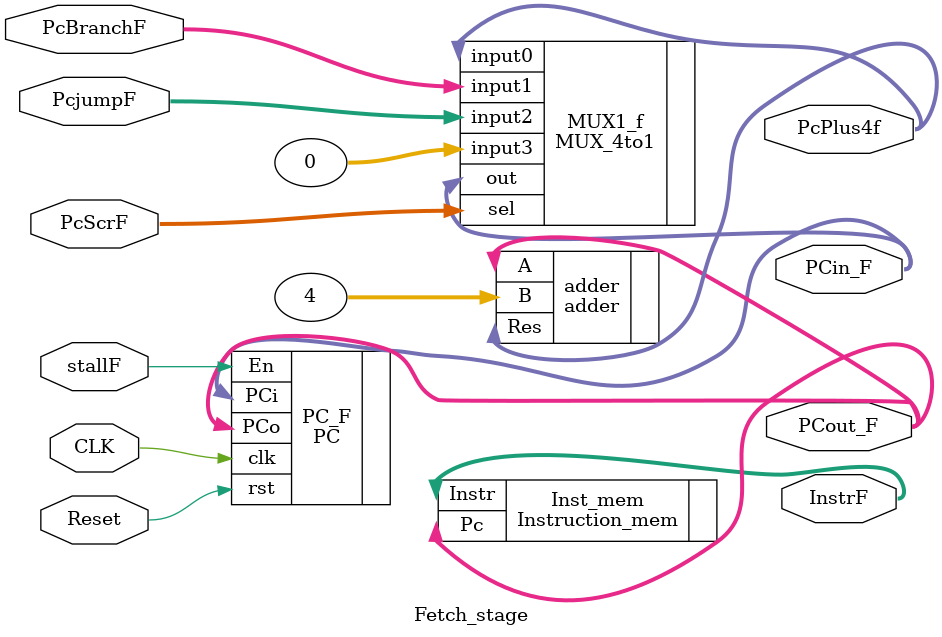
<source format=v>
module Fetch_stage (
    // input & output ports
    input            CLK,
    input            Reset,
    input   [1:0]    PcScrF,
    input   [31:0]   PcBranchF,
    input   [31:0]   PcjumpF,
    input            stallF,
    output  [31:0]   InstrF,
    output  [31:0]   PCout_F,
    output  [31:0]   PCin_F,
    output  [31:0]   PcPlus4f
);

//wire [31:0] PCin_F;
//wire [31:0] PCout_F;


MUX_4to1 #(.size(32))           MUX1_f(.input0(PcPlus4f), .input1(PcBranchF), .input2(PcjumpF),
                                     .input3(0), .sel(PcScrF), .out(PCin_F));

PC                              PC_F(.clk(CLK), .rst(Reset), .En(stallF), .PCi(PCin_F), .PCo(PCout_F));

adder                           adder(.A(PCout_F), .B(4), .Res(PcPlus4f));

Instruction_mem                 Inst_mem(.Pc(PCout_F), .Instr(InstrF));
    
endmodule
</source>
